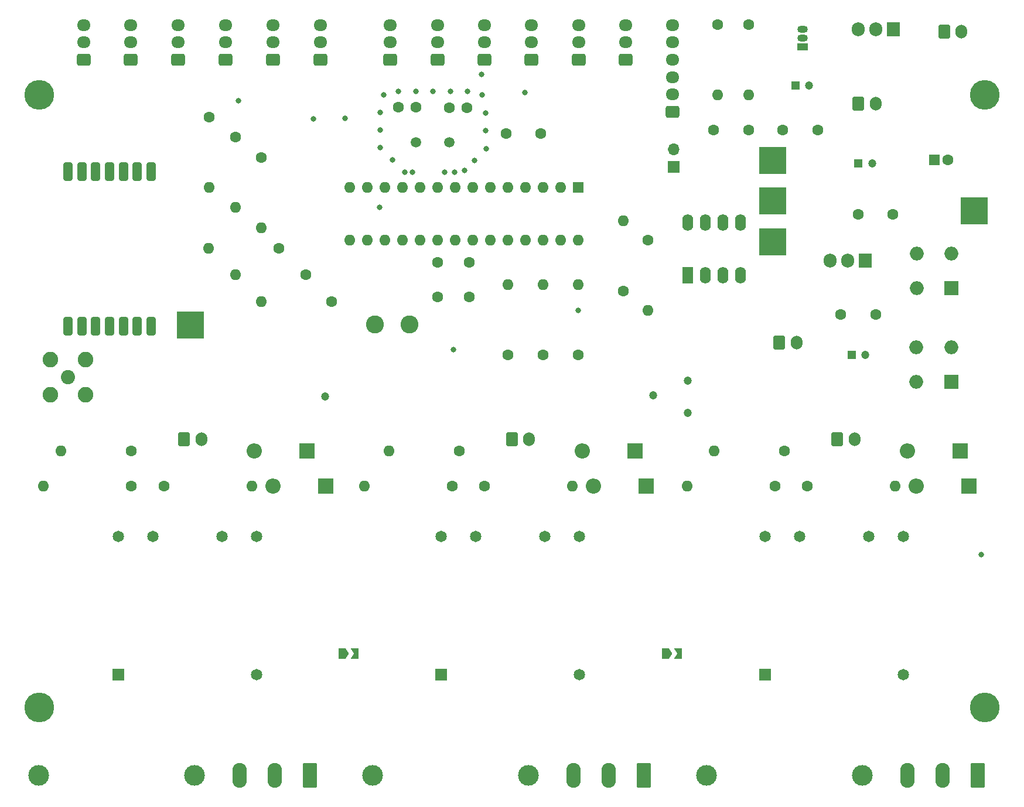
<source format=gbr>
%TF.GenerationSoftware,KiCad,Pcbnew,(6.0.7)*%
%TF.CreationDate,2022-08-20T21:34:52+02:00*%
%TF.ProjectId,3phaseDiverter-rounded,33706861-7365-4446-9976-65727465722d,1*%
%TF.SameCoordinates,Original*%
%TF.FileFunction,Soldermask,Bot*%
%TF.FilePolarity,Negative*%
%FSLAX46Y46*%
G04 Gerber Fmt 4.6, Leading zero omitted, Abs format (unit mm)*
G04 Created by KiCad (PCBNEW (6.0.7)) date 2022-08-20 21:34:52*
%MOMM*%
%LPD*%
G01*
G04 APERTURE LIST*
G04 Aperture macros list*
%AMRoundRect*
0 Rectangle with rounded corners*
0 $1 Rounding radius*
0 $2 $3 $4 $5 $6 $7 $8 $9 X,Y pos of 4 corners*
0 Add a 4 corners polygon primitive as box body*
4,1,4,$2,$3,$4,$5,$6,$7,$8,$9,$2,$3,0*
0 Add four circle primitives for the rounded corners*
1,1,$1+$1,$2,$3*
1,1,$1+$1,$4,$5*
1,1,$1+$1,$6,$7*
1,1,$1+$1,$8,$9*
0 Add four rect primitives between the rounded corners*
20,1,$1+$1,$2,$3,$4,$5,0*
20,1,$1+$1,$4,$5,$6,$7,0*
20,1,$1+$1,$6,$7,$8,$9,0*
20,1,$1+$1,$8,$9,$2,$3,0*%
%AMFreePoly0*
4,1,6,1.000000,0.000000,0.500000,-0.750000,-0.500000,-0.750000,-0.500000,0.750000,0.500000,0.750000,1.000000,0.000000,1.000000,0.000000,$1*%
%AMFreePoly1*
4,1,6,0.500000,-0.750000,-0.650000,-0.750000,-0.150000,0.000000,-0.650000,0.750000,0.500000,0.750000,0.500000,-0.750000,0.500000,-0.750000,$1*%
G04 Aperture macros list end*
%ADD10C,3.000000*%
%ADD11RoundRect,0.250000X0.725000X-0.600000X0.725000X0.600000X-0.725000X0.600000X-0.725000X-0.600000X0*%
%ADD12O,1.950000X1.700000*%
%ADD13C,1.600000*%
%ADD14R,4.000000X4.000000*%
%ADD15R,1.200000X1.200000*%
%ADD16C,1.200000*%
%ADD17O,1.600000X1.600000*%
%ADD18RoundRect,0.337500X-0.337500X1.012500X-0.337500X-1.012500X0.337500X-1.012500X0.337500X1.012500X0*%
%ADD19R,1.600000X1.600000*%
%ADD20R,2.200000X2.200000*%
%ADD21O,2.200000X2.200000*%
%ADD22C,4.300000*%
%ADD23R,2.000000X2.000000*%
%ADD24O,2.000000X2.000000*%
%ADD25R,1.500000X1.050000*%
%ADD26O,1.500000X1.050000*%
%ADD27C,1.500000*%
%ADD28RoundRect,0.250000X-0.600000X-0.750000X0.600000X-0.750000X0.600000X0.750000X-0.600000X0.750000X0*%
%ADD29O,1.700000X2.000000*%
%ADD30R,1.651000X1.651000*%
%ADD31C,1.651000*%
%ADD32R,1.905000X2.000000*%
%ADD33O,1.905000X2.000000*%
%ADD34RoundRect,0.249999X0.790001X1.550001X-0.790001X1.550001X-0.790001X-1.550001X0.790001X-1.550001X0*%
%ADD35O,2.080000X3.600000*%
%ADD36R,1.700000X1.700000*%
%ADD37O,1.700000X1.700000*%
%ADD38R,1.600000X2.400000*%
%ADD39O,1.600000X2.400000*%
%ADD40C,2.600000*%
%ADD41C,2.050000*%
%ADD42C,2.250000*%
%ADD43FreePoly0,0.000000*%
%ADD44FreePoly1,0.000000*%
%ADD45C,0.800000*%
G04 APERTURE END LIST*
D10*
%TO.C,FS3*%
X115700000Y-130087500D03*
X138300000Y-130087500D03*
%TD*%
D11*
%TO.C,J0*%
X110854000Y-34130000D03*
D12*
X110854000Y-31630000D03*
X110854000Y-29130000D03*
X110854000Y-26630000D03*
X110854000Y-24130000D03*
X110854000Y-21630000D03*
%TD*%
D13*
%TO.C,C13*%
X76835000Y-55920000D03*
X76835000Y-60920000D03*
%TD*%
D14*
%TO.C,TP3*%
X125272800Y-41198800D03*
%TD*%
D15*
%TO.C,C2*%
X137668000Y-41605200D03*
D16*
X139668000Y-41605200D03*
%TD*%
D13*
%TO.C,R20*%
X92075000Y-69342000D03*
D17*
X92075000Y-59182000D03*
%TD*%
D11*
%TO.C,J4*%
X90445098Y-26630000D03*
D12*
X90445098Y-24130000D03*
X90445098Y-21630000D03*
%TD*%
D18*
%TO.C,RF1*%
X23464520Y-65151000D03*
X27465020Y-42799000D03*
X29464000Y-42799000D03*
X31462980Y-42799000D03*
X27465020Y-65151000D03*
X23464520Y-42799000D03*
X33461960Y-42799000D03*
X29464000Y-65151000D03*
X25466040Y-42799000D03*
X33461960Y-65151000D03*
X31462980Y-65151000D03*
X35463480Y-42799000D03*
X35463480Y-65151000D03*
X25466040Y-65151000D03*
%TD*%
D19*
%TO.C,IC1*%
X97155000Y-45085000D03*
D17*
X94615000Y-45085000D03*
X92075000Y-45085000D03*
X89535000Y-45085000D03*
X86995000Y-45085000D03*
X84455000Y-45085000D03*
X81915000Y-45085000D03*
X79375000Y-45085000D03*
X76835000Y-45085000D03*
X74295000Y-45085000D03*
X71755000Y-45085000D03*
X69215000Y-45085000D03*
X66675000Y-45085000D03*
X64135000Y-45085000D03*
X64135000Y-52705000D03*
X66675000Y-52705000D03*
X69215000Y-52705000D03*
X71755000Y-52705000D03*
X74295000Y-52705000D03*
X76835000Y-52705000D03*
X79375000Y-52705000D03*
X81915000Y-52705000D03*
X84455000Y-52705000D03*
X86995000Y-52705000D03*
X89535000Y-52705000D03*
X92075000Y-52705000D03*
X94615000Y-52705000D03*
X97155000Y-52705000D03*
%TD*%
D10*
%TO.C,FS1*%
X19180000Y-130087500D03*
X41780000Y-130087500D03*
%TD*%
D20*
%TO.C,D6*%
X152400000Y-83185000D03*
D21*
X144780000Y-83185000D03*
%TD*%
D22*
%TO.C,REF\u002A\u002A*%
X155956000Y-31750000D03*
%TD*%
D13*
%TO.C,R1*%
X121793000Y-21590000D03*
D17*
X121793000Y-31750000D03*
%TD*%
D22*
%TO.C,REF\u002A\u002A*%
X19304000Y-120243600D03*
%TD*%
D10*
%TO.C,FS2*%
X67440000Y-130087500D03*
X90040000Y-130087500D03*
%TD*%
D13*
%TO.C,R6*%
X78968600Y-88239600D03*
D17*
X66268600Y-88239600D03*
%TD*%
D11*
%TO.C,J6*%
X76839166Y-26630000D03*
D12*
X76839166Y-24130000D03*
X76839166Y-21630000D03*
%TD*%
D14*
%TO.C,TP0*%
X154432000Y-48514000D03*
%TD*%
D13*
%TO.C,C12*%
X135168000Y-63500000D03*
X140168000Y-63500000D03*
%TD*%
D23*
%TO.C,BR1*%
X151090000Y-73239000D03*
D24*
X151090000Y-68239000D03*
X146090000Y-68239000D03*
X146090000Y-73239000D03*
%TD*%
D13*
%TO.C,R19*%
X86995000Y-69342000D03*
D17*
X86995000Y-59182000D03*
%TD*%
D25*
%TO.C,VR2*%
X129646000Y-24765000D03*
D26*
X129646000Y-23495000D03*
X129646000Y-22225000D03*
%TD*%
D13*
%TO.C,R7*%
X125603000Y-88265000D03*
D17*
X112903000Y-88265000D03*
%TD*%
D27*
%TO.C,X1*%
X78599200Y-38582600D03*
X73719200Y-38582600D03*
%TD*%
D13*
%TO.C,R10*%
X130302000Y-88265000D03*
D17*
X143002000Y-88265000D03*
%TD*%
D22*
%TO.C,REF\u002A\u002A*%
X155956000Y-120243600D03*
%TD*%
%TO.C,REF\u002A\u002A*%
X19304000Y-31750000D03*
%TD*%
D28*
%TO.C,CT2*%
X87604600Y-81491600D03*
D29*
X90104600Y-81491600D03*
%TD*%
D13*
%TO.C,R4*%
X127000000Y-83185000D03*
D17*
X116840000Y-83185000D03*
%TD*%
D30*
%TO.C,TXFR3*%
X124162925Y-115562400D03*
D31*
X144162926Y-115562400D03*
X144162926Y-95562399D03*
X139162926Y-95562399D03*
X129162925Y-95562399D03*
X124162925Y-95562399D03*
%TD*%
D11*
%TO.C,J11*%
X39403800Y-26630000D03*
D12*
X39403800Y-24130000D03*
X39403800Y-21630000D03*
%TD*%
D13*
%TO.C,R5*%
X32613600Y-88239600D03*
D17*
X19913600Y-88239600D03*
%TD*%
D32*
%TO.C,VR1*%
X142748000Y-22225000D03*
D33*
X140208000Y-22225000D03*
X137668000Y-22225000D03*
%TD*%
D13*
%TO.C,C6*%
X91770200Y-37338000D03*
X86770200Y-37338000D03*
%TD*%
D30*
%TO.C,TXFR2*%
X77376125Y-115570000D03*
D31*
X97376126Y-115570000D03*
X97376126Y-95569999D03*
X92376126Y-95569999D03*
X82376125Y-95569999D03*
X77376125Y-95569999D03*
%TD*%
D11*
%TO.C,J7*%
X70036200Y-26630000D03*
D12*
X70036200Y-24130000D03*
X70036200Y-21630000D03*
%TD*%
D20*
%TO.C,D2*%
X58013600Y-83159600D03*
D21*
X50393600Y-83159600D03*
%TD*%
D11*
%TO.C,J10*%
X46261800Y-26630000D03*
D12*
X46261800Y-24130000D03*
X46261800Y-21630000D03*
%TD*%
D14*
%TO.C,TP4*%
X41148000Y-65024000D03*
%TD*%
D34*
%TO.C,PWR1*%
X58420000Y-130087500D03*
D35*
X53340000Y-130087500D03*
X48260000Y-130087500D03*
%TD*%
D11*
%TO.C,J13*%
X25738600Y-26630000D03*
D12*
X25738600Y-24130000D03*
X25738600Y-21630000D03*
%TD*%
D13*
%TO.C,R17*%
X47625000Y-37846000D03*
D17*
X47625000Y-48006000D03*
%TD*%
D20*
%TO.C,D4*%
X105384600Y-83159600D03*
D21*
X97764600Y-83159600D03*
%TD*%
D13*
%TO.C,C7*%
X81407000Y-60920000D03*
X81407000Y-55920000D03*
%TD*%
%TO.C,R8*%
X37312600Y-88239600D03*
D17*
X50012600Y-88239600D03*
%TD*%
D11*
%TO.C,J9*%
X53119800Y-26630000D03*
D12*
X53119800Y-24130000D03*
X53119800Y-21630000D03*
%TD*%
D28*
%TO.C,J14*%
X126238000Y-67564000D03*
D29*
X128738000Y-67564000D03*
%TD*%
D15*
%TO.C,C11*%
X136695401Y-69342000D03*
D16*
X138695401Y-69342000D03*
%TD*%
D36*
%TO.C,J1*%
X110998000Y-42164000D03*
D37*
X110998000Y-39624000D03*
%TD*%
D13*
%TO.C,R18*%
X43815000Y-34925000D03*
D17*
X43815000Y-45085000D03*
%TD*%
D13*
%TO.C,R16*%
X51409600Y-40741600D03*
D17*
X51409600Y-50901600D03*
%TD*%
D32*
%TO.C,VR3*%
X138684000Y-55697000D03*
D33*
X136144000Y-55697000D03*
X133604000Y-55697000D03*
%TD*%
D34*
%TO.C,PWR2*%
X106680000Y-130087500D03*
D35*
X101600000Y-130087500D03*
X96520000Y-130087500D03*
%TD*%
D13*
%TO.C,C10*%
X71219200Y-33528000D03*
X73719200Y-33528000D03*
%TD*%
D14*
%TO.C,TP1*%
X125272800Y-52933600D03*
%TD*%
D34*
%TO.C,PWR3*%
X154940000Y-130087500D03*
D35*
X149860000Y-130087500D03*
X144780000Y-130087500D03*
%TD*%
D14*
%TO.C,TP2*%
X125272800Y-47066200D03*
%TD*%
D13*
%TO.C,R9*%
X83667600Y-88239600D03*
D17*
X96367600Y-88239600D03*
%TD*%
D11*
%TO.C,J2*%
X104051030Y-26630000D03*
D12*
X104051030Y-24130000D03*
X104051030Y-21630000D03*
%TD*%
D13*
%TO.C,R22*%
X117348000Y-21590000D03*
D17*
X117348000Y-31750000D03*
%TD*%
D20*
%TO.C,D5*%
X153670000Y-88265000D03*
D21*
X146050000Y-88265000D03*
%TD*%
D28*
%TO.C,J30*%
X137668000Y-33020000D03*
D29*
X140168000Y-33020000D03*
%TD*%
D20*
%TO.C,D1*%
X60680600Y-88239600D03*
D21*
X53060600Y-88239600D03*
%TD*%
D38*
%TO.C,IC2*%
X112989200Y-57775000D03*
D39*
X115529200Y-57775000D03*
X118069200Y-57775000D03*
X120609200Y-57775000D03*
X120609200Y-50155000D03*
X118069200Y-50155000D03*
X115529200Y-50155000D03*
X112989200Y-50155000D03*
%TD*%
D13*
%TO.C,C4*%
X137668000Y-49022000D03*
X142668000Y-49022000D03*
%TD*%
D28*
%TO.C,J20*%
X150109000Y-22606000D03*
D29*
X152609000Y-22606000D03*
%TD*%
D11*
%TO.C,J3*%
X97248064Y-26630000D03*
D12*
X97248064Y-24130000D03*
X97248064Y-21630000D03*
%TD*%
D28*
%TO.C,CT3*%
X134620000Y-81517000D03*
D29*
X137120000Y-81517000D03*
%TD*%
D13*
%TO.C,R14*%
X57785000Y-57734200D03*
D17*
X47625000Y-57734200D03*
%TD*%
D13*
%TO.C,R2*%
X32613600Y-83159600D03*
D17*
X22453600Y-83159600D03*
%TD*%
D19*
%TO.C,C1*%
X148650888Y-41148000D03*
D13*
X150650888Y-41148000D03*
%TD*%
D30*
%TO.C,TXFR1*%
X30690925Y-115562400D03*
D31*
X50690926Y-115562400D03*
X50690926Y-95562399D03*
X45690926Y-95562399D03*
X35690925Y-95562399D03*
X30690925Y-95562399D03*
%TD*%
D13*
%TO.C,R11*%
X103708200Y-60071000D03*
D17*
X103708200Y-49911000D03*
%TD*%
D11*
%TO.C,J5*%
X83642132Y-26630000D03*
D12*
X83642132Y-24130000D03*
X83642132Y-21630000D03*
%TD*%
D11*
%TO.C,J12*%
X32545800Y-26630000D03*
D12*
X32545800Y-24130000D03*
X32545800Y-21630000D03*
%TD*%
D13*
%TO.C,C5*%
X126786000Y-36830000D03*
X131786000Y-36830000D03*
%TD*%
D15*
%TO.C,C3*%
X128567401Y-30327600D03*
D16*
X130567401Y-30327600D03*
%TD*%
D40*
%TO.C,L1*%
X72794253Y-64897000D03*
X67794253Y-64897000D03*
%TD*%
D13*
%TO.C,R12*%
X107264200Y-52730400D03*
D17*
X107264200Y-62890400D03*
%TD*%
D11*
%TO.C,J8*%
X59977800Y-26630000D03*
D12*
X59977800Y-24130000D03*
X59977800Y-21630000D03*
%TD*%
D13*
%TO.C,R13*%
X61569600Y-61569600D03*
D17*
X51409600Y-61569600D03*
%TD*%
D13*
%TO.C,C9*%
X81099200Y-33604200D03*
X78599200Y-33604200D03*
%TD*%
D28*
%TO.C,CT1*%
X40253600Y-81491600D03*
D29*
X42753600Y-81491600D03*
%TD*%
D13*
%TO.C,C8*%
X121793000Y-36830000D03*
X116793000Y-36830000D03*
%TD*%
D23*
%TO.C,BR2*%
X151130000Y-59650000D03*
D24*
X151130000Y-54650000D03*
X146130000Y-54650000D03*
X146130000Y-59650000D03*
%TD*%
D41*
%TO.C,CN9*%
X23464520Y-72517000D03*
D42*
X20924520Y-69977000D03*
X26004520Y-69977000D03*
X26004520Y-75057000D03*
X20924520Y-75057000D03*
%TD*%
D13*
%TO.C,R3*%
X79984600Y-83159600D03*
D17*
X69824600Y-83159600D03*
%TD*%
D13*
%TO.C,R15*%
X53949600Y-53898800D03*
D17*
X43789600Y-53898800D03*
%TD*%
D20*
%TO.C,D3*%
X107035600Y-88239600D03*
D21*
X99415600Y-88239600D03*
%TD*%
D13*
%TO.C,R21*%
X97155000Y-69342000D03*
D17*
X97155000Y-59182000D03*
%TD*%
D43*
%TO.C,JP2*%
X109842925Y-112471200D03*
D44*
X111685525Y-112471200D03*
%TD*%
D43*
%TO.C,JP1*%
X63106925Y-112471200D03*
D44*
X64949525Y-112471200D03*
%TD*%
D45*
X155448000Y-98171000D03*
X97180400Y-62839600D03*
X83312000Y-31750000D03*
X72136000Y-42926000D03*
X73702332Y-31242000D03*
X63500000Y-35102800D03*
X83820000Y-34323866D03*
X82194400Y-41173400D03*
X71204666Y-31242000D03*
X68580000Y-36830000D03*
X79349600Y-42875200D03*
X76199998Y-31242000D03*
X81195330Y-31242000D03*
X80772000Y-42595800D03*
X68580000Y-34290000D03*
X78697664Y-31242000D03*
X89484200Y-31394400D03*
X83210400Y-28752800D03*
X70358000Y-41148000D03*
X83870800Y-39471600D03*
X83820000Y-36897732D03*
X69088000Y-31750000D03*
X68580000Y-39370000D03*
X73245500Y-42926000D03*
X58902600Y-35153600D03*
X77884500Y-42900600D03*
D16*
X113030000Y-73025000D03*
X113030000Y-77724000D03*
D45*
X48107600Y-32537400D03*
X68453000Y-48006000D03*
X79121000Y-68580000D03*
D16*
X108051600Y-75133200D03*
X60604400Y-75311000D03*
M02*

</source>
